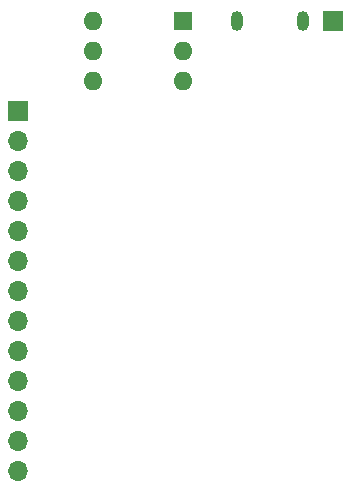
<source format=gbr>
%TF.GenerationSoftware,KiCad,Pcbnew,8.0.4-8.0.4-0~ubuntu22.04.1*%
%TF.CreationDate,2024-08-10T18:20:34+03:00*%
%TF.ProjectId,PM-ESPC3,504d2d45-5350-4433-932e-6b696361645f,rev?*%
%TF.SameCoordinates,Original*%
%TF.FileFunction,Soldermask,Bot*%
%TF.FilePolarity,Negative*%
%FSLAX46Y46*%
G04 Gerber Fmt 4.6, Leading zero omitted, Abs format (unit mm)*
G04 Created by KiCad (PCBNEW 8.0.4-8.0.4-0~ubuntu22.04.1) date 2024-08-10 18:20:34*
%MOMM*%
%LPD*%
G01*
G04 APERTURE LIST*
%ADD10O,1.000000X1.700000*%
%ADD11R,1.600000X1.600000*%
%ADD12O,1.600000X1.600000*%
%ADD13R,1.700000X1.700000*%
%ADD14O,1.700000X1.700000*%
G04 APERTURE END LIST*
D10*
%TO.C,J1*%
X83820029Y-71119992D03*
X78170027Y-71119992D03*
%TD*%
D11*
%TO.C,SW3*%
X73660000Y-71120000D03*
D12*
X73660000Y-73660000D03*
X73660000Y-76200000D03*
X66040000Y-76200000D03*
X66040000Y-73660000D03*
X66040000Y-71120000D03*
%TD*%
D13*
%TO.C,J2*%
X59690000Y-78740000D03*
D14*
X59690000Y-81280000D03*
X59690000Y-83820000D03*
X59690000Y-86360000D03*
X59690000Y-88900000D03*
X59690000Y-91440000D03*
X59690000Y-93980000D03*
X59690000Y-96520000D03*
X59690000Y-99060000D03*
X59690000Y-101600000D03*
X59690000Y-104140000D03*
X59690000Y-106680000D03*
X59690000Y-109220000D03*
%TD*%
D13*
%TO.C,J3*%
X86360000Y-71120000D03*
%TD*%
M02*

</source>
